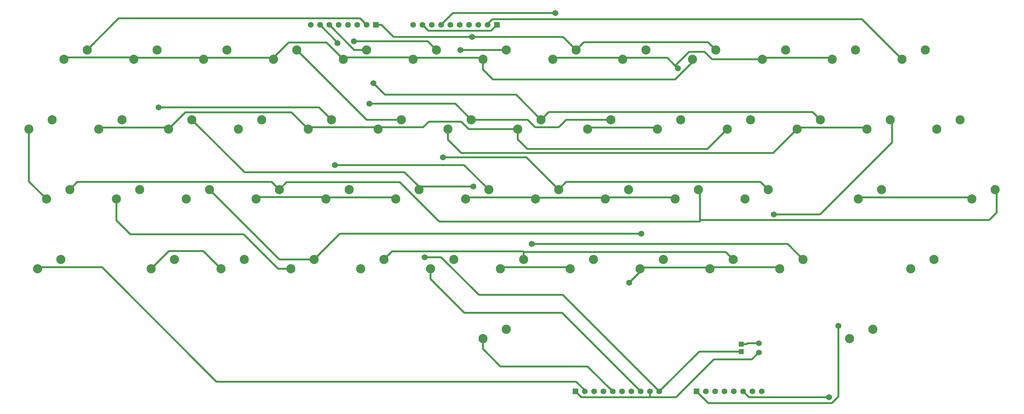
<source format=gtl>
G04 Layer: TopLayer*
G04 EasyEDA v6.5.39, 2024-02-04 18:15:22*
G04 34cdbf00d3e34c3386613b9734a0afe0,5509f98a9368439c9cde498926e245b9,10*
G04 Gerber Generator version 0.2*
G04 Scale: 100 percent, Rotated: No, Reflected: No *
G04 Dimensions in millimeters *
G04 leading zeros omitted , absolute positions ,4 integer and 5 decimal *
%FSLAX45Y45*%
%MOMM*%

%AMMACRO1*21,1,$1,$2,0,0,$3*%
%ADD10C,0.5080*%
%ADD11R,1.3500X1.4100*%
%ADD12MACRO1,1.35X1.41X0.0000*%
%ADD13C,2.5000*%
%ADD14C,1.5748*%
%ADD15R,1.5748X1.5748*%
%ADD16C,1.6510*%
%ADD17C,0.0121*%

%LPD*%
D10*
X-9429750Y3111576D02*
G01*
X-8947150Y3594176D01*
X-8007350Y3594176D01*
X-7524750Y3111576D01*
X-4984752Y3365500D02*
G01*
X-4286252Y4064000D01*
X3937000Y4064000D01*
X3937000Y4064000D01*
X5542026Y4469460D02*
G01*
X5542026Y4394276D01*
X-1571751Y4394276D01*
X-2649473Y5471998D01*
X-5735827Y5471998D01*
X-5937250Y5270576D01*
X6445247Y3365502D02*
G01*
X6243571Y3567178D01*
X730247Y3567178D01*
X-10382250Y5016576D02*
G01*
X-10382250Y4429074D01*
X-10001250Y4048074D01*
X-6905751Y4048074D01*
X-5969000Y3111576D01*
X-5619750Y3111576D01*
X-12525247Y3111576D02*
G01*
X-12485877Y3150946D01*
X-10771123Y3150946D01*
X-7650987Y30810D01*
X2161794Y30810D01*
X2396998Y-204393D01*
X2396998Y-238175D01*
X1206500Y7175576D02*
G01*
X524002Y7858074D01*
X-3051047Y7858074D01*
X-3369309Y8176336D01*
X6811236Y1052502D02*
G01*
X6838236Y1079502D01*
X7143747Y1079502D01*
X6667497Y1052502D02*
G01*
X6811236Y1052502D01*
X3159122Y-238122D02*
G01*
X2476802Y444197D01*
X96568Y444197D01*
X-381002Y921768D01*
X-381002Y1206502D01*
X10096497Y6921502D02*
G01*
X10051387Y6966612D01*
X8236607Y6966612D01*
X8191497Y6921502D01*
X8191497Y6921502D02*
G01*
X7540800Y6270805D01*
X-970282Y6270805D01*
X-1333502Y6634025D01*
X-1333502Y6921502D01*
X-12287252Y5016502D02*
G01*
X-12763502Y5492752D01*
X-12763502Y6921502D01*
X4381497Y6921502D02*
G01*
X4336387Y6966612D01*
X2521607Y6966612D01*
X2476497Y6921502D01*
X95247Y3111502D02*
G01*
X134693Y3150948D01*
X1960801Y3150948D01*
X2000247Y3111502D01*
X1047747Y5016502D02*
G01*
X1002637Y5061612D01*
X-812142Y5061612D01*
X-857252Y5016502D01*
X4857747Y5016502D02*
G01*
X4812637Y5061612D01*
X2997857Y5061612D01*
X2952747Y5016502D01*
X2952747Y5016502D02*
G01*
X2920311Y5048938D01*
X1080183Y5048938D01*
X1047747Y5016502D01*
X-1524002Y9763127D02*
G01*
X-1196901Y10090228D01*
X1589097Y10090228D01*
X9858372Y5016502D02*
G01*
X9897818Y5055948D01*
X12914627Y5055948D01*
X12953997Y5016502D01*
X11048997Y8826502D02*
G01*
X9957229Y9918270D01*
X-127002Y9918270D01*
X-254002Y9791270D01*
X-254002Y9763127D01*
X-11176002Y9080502D02*
G01*
X-10316618Y9939886D01*
X-3732761Y9939886D01*
X-3556002Y9763127D01*
X3111497Y7175502D02*
G01*
X1891459Y7175502D01*
X1683687Y6967730D01*
X1044724Y6967730D01*
X836952Y7175502D01*
X-698502Y7175502D01*
X-698502Y7175502D02*
G01*
X-1134518Y7611518D01*
X-3478100Y7611518D01*
X-2286002Y8826502D02*
G01*
X-2331341Y8871841D01*
X-4145663Y8871841D01*
X-4191002Y8826502D01*
X-6096002Y8865313D02*
G01*
X-6096002Y8826502D01*
X-6096002Y8865313D02*
G01*
X-7962191Y8865313D01*
X-8001002Y8826502D01*
X-8001002Y8826502D02*
G01*
X-8045630Y8871130D01*
X-9861374Y8871130D01*
X-9906002Y8826502D01*
X-9906002Y8826502D02*
G01*
X-9952814Y8873314D01*
X-11764190Y8873314D01*
X-11811002Y8826502D01*
X-2286002Y8826502D02*
G01*
X-2245260Y8867244D01*
X-421744Y8867244D01*
X-381002Y8826502D01*
X-6096002Y8865313D02*
G01*
X-5675734Y9285582D01*
X-4650082Y9285582D01*
X-4191002Y8826502D01*
X-381002Y8826502D02*
G01*
X-381002Y8548448D01*
X-110797Y8278243D01*
X4863437Y8278243D01*
X5333997Y8748803D01*
X5333997Y8826502D01*
X6667497Y852502D02*
G01*
X5519747Y852502D01*
X4429122Y-238122D01*
X4429122Y-238122D02*
G01*
X1792577Y2398422D01*
X-492483Y2398422D01*
X-1521335Y3427275D01*
X-1971017Y3427275D01*
X-4508502Y7175502D02*
G01*
X-4846754Y7513754D01*
X-9227492Y7513754D01*
X7397747Y5270502D02*
G01*
X7190508Y5477741D01*
X1889986Y5477741D01*
X1682747Y5270502D01*
X-1475640Y6150866D02*
G01*
X802383Y6150866D01*
X1682747Y5270502D01*
X-8953502Y6921502D02*
G01*
X-8998612Y6966612D01*
X-10813392Y6966612D01*
X-10858502Y6921502D01*
X-3238502Y6921502D02*
G01*
X-3285822Y6968822D01*
X-5096182Y6968822D01*
X-5143502Y6921502D01*
X-5143502Y6921502D02*
G01*
X-5600753Y7378753D01*
X-8496251Y7378753D01*
X-8953502Y6921502D01*
X571497Y6921502D02*
G01*
X-765380Y6921502D01*
X-971222Y7127344D01*
X-1854202Y7127344D01*
X-2014070Y6967476D01*
X-3192528Y6967476D01*
X-3238502Y6921502D01*
X571497Y6921502D02*
G01*
X571497Y6639410D01*
X833676Y6377231D01*
X5742226Y6377231D01*
X6286497Y6921502D01*
X4175122Y-238122D02*
G01*
X4175122Y-398117D01*
X2143122Y-238122D02*
G01*
X2303117Y-398117D01*
X4175122Y-398117D01*
X4175122Y-398117D02*
G01*
X4887135Y-398117D01*
X5918934Y633681D01*
X6951926Y633681D01*
X7143747Y825502D01*
X-2032002Y9763127D02*
G01*
X-1871118Y9602243D01*
X-160886Y9602243D01*
X-2Y9763127D01*
X-2762252Y5016502D02*
G01*
X-2807362Y5061612D01*
X-4622142Y5061612D01*
X-4667252Y5016502D01*
X-4667252Y5016502D02*
G01*
X-4714242Y5063492D01*
X-6525262Y5063492D01*
X-6572252Y5016502D01*
X-1809752Y3111502D02*
G01*
X-1809752Y2827835D01*
X-888113Y1906196D01*
X1776803Y1906196D01*
X3921122Y-238122D01*
X-222252Y5270502D02*
G01*
X-893396Y5941646D01*
X-4420262Y5941646D01*
X5968997Y9080502D02*
G01*
X5758914Y9290585D01*
X2369080Y9290585D01*
X2158997Y9080502D01*
X-3302002Y9763127D02*
G01*
X-3147037Y9763127D01*
X5445122Y-238122D02*
G01*
X5764933Y-557933D01*
X9134650Y-557933D01*
X9316615Y-375968D01*
X9316615Y1552120D01*
X-3147037Y9763127D02*
G01*
X-2817929Y9434019D01*
X-675490Y9434019D01*
X-675490Y9434019D02*
G01*
X1805480Y9434019D01*
X2158997Y9080502D01*
X6715122Y-238122D02*
G01*
X6872729Y-395729D01*
X9062514Y-395729D01*
X-4572002Y9763127D02*
G01*
X-4572002Y9760689D01*
X-3891815Y9080502D01*
X-3556002Y9080502D01*
X8826497Y7175502D02*
G01*
X8616083Y7385916D01*
X1416911Y7385916D01*
X1206497Y7175502D01*
X10731497Y7175502D02*
G01*
X10776963Y7130112D01*
X10776963Y6558612D01*
X8813518Y4595243D01*
X7554363Y4595243D01*
X730247Y3567178D02*
G01*
X730247Y3365502D01*
X730247Y3567178D02*
G01*
X711197Y3586228D01*
X-2859026Y3586228D01*
X-3079752Y3365502D01*
X-4826002Y9763127D02*
G01*
X-4346983Y9284108D01*
X-4346983Y9268945D01*
X-3901391Y9314817D02*
G01*
X-1885317Y9314817D01*
X-1651002Y9080502D01*
X-2603502Y7175502D02*
G01*
X-3556002Y7175502D01*
X-5461002Y9080502D01*
X-11652252Y5270502D02*
G01*
X-11444023Y5478731D01*
X-6145481Y5478731D01*
X-5937252Y5270502D01*
X5542150Y4469462D02*
G01*
X5542150Y5221099D01*
X5492747Y5270502D01*
X13588997Y5270502D02*
G01*
X13634971Y5224477D01*
X13634971Y4643198D01*
X13428215Y4436315D01*
X5575297Y4436315D01*
X5542150Y4469462D01*
X7715247Y3111502D02*
G01*
X7670137Y3156612D01*
X5855357Y3156612D01*
X5810247Y3111502D01*
X3428997Y8826502D02*
G01*
X3383887Y8871612D01*
X1569107Y8871612D01*
X1523997Y8826502D01*
X9143997Y8826502D02*
G01*
X9104551Y8865948D01*
X7278443Y8865948D01*
X7238997Y8826502D01*
X3905247Y3111502D02*
G01*
X3937657Y3143912D01*
X5777837Y3143912D01*
X5810247Y3111502D01*
X3609058Y2726540D02*
G01*
X3905247Y3022729D01*
X3905247Y3111502D01*
X4864072Y8647813D02*
G01*
X5245503Y9029245D01*
X5663308Y9029245D01*
X5866051Y8826502D01*
X7238997Y8826502D01*
X3428997Y8826502D02*
G01*
X3466564Y8864069D01*
X4647816Y8864069D01*
X4864072Y8647813D01*
X4864072Y8647813D02*
G01*
X4936157Y8575728D01*
X-7842252Y5270502D02*
G01*
X-5937252Y3365502D01*
X-4984752Y3365502D01*
X-8318502Y7175502D02*
G01*
X-6885739Y5742739D01*
X-2519657Y5742739D01*
X-2127252Y5350334D01*
X-2127252Y5350334D02*
G01*
X-2127252Y5270502D01*
X-2127252Y5350334D02*
G01*
X-642520Y5350334D01*
X8350247Y3365502D02*
G01*
X7931198Y3784551D01*
X946401Y3784551D01*
X253997Y9080502D02*
G01*
X-994564Y9080502D01*
D11*
G01*
X6667500Y852500D03*
D12*
G01*
X6667500Y1052502D03*
D13*
G01*
X-381000Y1206500D03*
G01*
X254000Y1460500D03*
G01*
X-10382250Y5016500D03*
G01*
X-9747250Y5270500D03*
G01*
X-1809750Y3111500D03*
G01*
X-1174750Y3365500D03*
G01*
X11049000Y8826500D03*
G01*
X11684000Y9080500D03*
G01*
X-5619750Y3111500D03*
G01*
X-4984750Y3365500D03*
G01*
X7239000Y8826500D03*
G01*
X7874000Y9080500D03*
G01*
X3905250Y3111500D03*
G01*
X4540250Y3365500D03*
G01*
X-6572250Y5016500D03*
G01*
X-5937250Y5270500D03*
G01*
X12001500Y6921500D03*
G01*
X12636500Y7175500D03*
G01*
X5810250Y3111500D03*
G01*
X6445250Y3365500D03*
G01*
X-12287250Y5016500D03*
G01*
X-11652250Y5270500D03*
G01*
X-7048500Y6921500D03*
G01*
X-6413500Y7175500D03*
G01*
X9144000Y8826500D03*
G01*
X9779000Y9080500D03*
G01*
X-4667250Y5016500D03*
G01*
X-4032250Y5270500D03*
G01*
X-2762250Y5016500D03*
G01*
X-2127250Y5270500D03*
G01*
X-857250Y5016500D03*
G01*
X-222250Y5270500D03*
G01*
X2476500Y6921500D03*
G01*
X3111500Y7175500D03*
G01*
X1047750Y5016500D03*
G01*
X1682750Y5270500D03*
G01*
X2952750Y5016500D03*
G01*
X3587750Y5270500D03*
G01*
X5334000Y8826500D03*
G01*
X5969000Y9080500D03*
G01*
X-11811000Y8826500D03*
G01*
X-11176000Y9080500D03*
G01*
X-9906000Y8826500D03*
G01*
X-9271000Y9080500D03*
G01*
X-8001000Y8826500D03*
G01*
X-7366000Y9080500D03*
G01*
X-6096000Y8826500D03*
G01*
X-5461000Y9080500D03*
G01*
X-4191000Y8826500D03*
G01*
X-3556000Y9080500D03*
G01*
X-2286000Y8826500D03*
G01*
X-1651000Y9080500D03*
G01*
X-381000Y8826500D03*
G01*
X254000Y9080500D03*
G01*
X1524000Y8826500D03*
G01*
X2159000Y9080500D03*
G01*
X3429000Y8826500D03*
G01*
X4064000Y9080500D03*
G01*
X4857750Y5016500D03*
G01*
X5492750Y5270500D03*
G01*
X8191500Y6921500D03*
G01*
X8826500Y7175500D03*
G01*
X12954000Y5016500D03*
G01*
X13589000Y5270500D03*
G01*
X2000250Y3111500D03*
G01*
X2635250Y3365500D03*
G01*
X95250Y3111500D03*
G01*
X730250Y3365500D03*
G01*
X4381500Y6921500D03*
G01*
X5016500Y7175500D03*
G01*
X6286500Y6921500D03*
G01*
X6921500Y7175500D03*
G01*
X-10858500Y6921500D03*
G01*
X-10223500Y7175500D03*
G01*
X-5143500Y6921500D03*
G01*
X-4508500Y7175500D03*
G01*
X9858375Y5016500D03*
G01*
X10493375Y5270500D03*
G01*
X10096500Y6921500D03*
G01*
X10731500Y7175500D03*
G01*
X9620250Y1206500D03*
G01*
X10255250Y1460500D03*
G01*
X-8477250Y5016500D03*
G01*
X-7842250Y5270500D03*
G01*
X6762750Y5016500D03*
G01*
X7397750Y5270500D03*
G01*
X7715250Y3111500D03*
G01*
X8350250Y3365500D03*
G01*
X-3238500Y6921500D03*
G01*
X-2603500Y7175500D03*
G01*
X571500Y6921500D03*
G01*
X1206500Y7175500D03*
G01*
X-12763499Y6921500D03*
G01*
X-12128500Y7175500D03*
G01*
X-3714750Y3111500D03*
G01*
X-3079750Y3365500D03*
G01*
X-8953500Y6921500D03*
G01*
X-8318500Y7175500D03*
G01*
X-7524750Y3111500D03*
G01*
X-6889750Y3365500D03*
G01*
X-1333500Y6921500D03*
G01*
X-698500Y7175500D03*
G01*
X-9429750Y3111500D03*
G01*
X-8794750Y3365500D03*
G01*
X-12525247Y3111576D03*
G01*
X-11890247Y3365576D03*
G01*
X11287252Y3111576D03*
G01*
X11922252Y3365576D03*
D14*
G01*
X3413125Y-238125D03*
D15*
G01*
X2143125Y-238125D03*
D14*
G01*
X2397125Y-238125D03*
G01*
X2651125Y-238125D03*
G01*
X2905125Y-238125D03*
G01*
X3159125Y-238125D03*
G01*
X3667125Y-238125D03*
G01*
X3921125Y-238125D03*
G01*
X4175125Y-238125D03*
G01*
X4429125Y-238125D03*
D15*
G01*
X5445125Y-238125D03*
D14*
G01*
X5699125Y-238125D03*
G01*
X5953125Y-238125D03*
G01*
X6207125Y-238125D03*
G01*
X6461125Y-238125D03*
G01*
X6715125Y-238125D03*
G01*
X6969125Y-238125D03*
G01*
X7223125Y-238125D03*
G01*
X-1270000Y9763125D03*
D15*
G01*
X0Y9763125D03*
D14*
G01*
X-254000Y9763125D03*
G01*
X-508000Y9763125D03*
G01*
X-762000Y9763125D03*
G01*
X-1016000Y9763125D03*
G01*
X-1524000Y9763125D03*
G01*
X-1778000Y9763125D03*
G01*
X-2032000Y9763125D03*
G01*
X-2286000Y9763125D03*
D15*
G01*
X-3302000Y9763125D03*
D14*
G01*
X-3556000Y9763125D03*
G01*
X-3810000Y9763125D03*
G01*
X-4064000Y9763125D03*
G01*
X-4318000Y9763125D03*
G01*
X-4572000Y9763125D03*
G01*
X-4826000Y9763125D03*
G01*
X-5080000Y9763125D03*
G01*
X7143750Y1079500D03*
G01*
X7143750Y825500D03*
D16*
G01*
X-994562Y9080500D03*
G01*
X946404Y3784549D03*
G01*
X-642518Y5350332D03*
G01*
X3937000Y4064000D03*
G01*
X4936159Y8575725D03*
G01*
X3609060Y2726537D03*
G01*
X-3901389Y9314814D03*
G01*
X-4346981Y9268942D03*
G01*
X7554366Y4595240D03*
G01*
X-3369436Y8176437D03*
G01*
X9062516Y-395731D03*
G01*
X-675487Y9434017D03*
G01*
X9316618Y1552117D03*
G01*
X-4420260Y5941644D03*
G01*
X-1475638Y6150864D03*
G01*
X-9227489Y7513751D03*
G01*
X-1971014Y3427272D03*
G01*
X-3478098Y7611516D03*
G01*
X1589100Y10090226D03*
M02*

</source>
